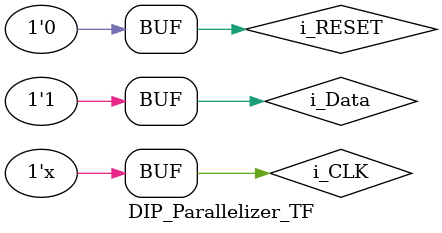
<source format=v>
`timescale 1ns / 1ps


module DIP_Parallelizer_TF;

	// Inputs
	reg i_CLK;
	reg i_Data;
	reg i_RESET;

	// Outputs
	wire [15:0] o_DIP16;
	wire o_DIPLatch;
	wire [4:0] o_Switch5;
	
	wire o_LEDData;
	wire o_LEDLatch;
	
	// Instantiate the Unit Under Test (UUT)
	DIP_Parallelizer uut (
    .i_CLK(i_CLK), 
    .i_Data(i_Data), 
    .i_RESET(i_RESET), 
    .o_DIP16(o_DIP16), 
    .o_Switch5(o_Switch5), 
    .o_DIPLatch(o_DIPLatch)
    );

	 LED_Driver luut(
		.i_CLK(i_CLK), 
		.i_Data16({11'h000, o_Switch5}), 
		.i_RESET(1'b0), 
		.o_LEDData(o_LEDData), 
		.o_LEDLatch(o_LEDLatch)
	);

	always
		#5 i_CLK = !i_CLK;

	initial begin
		// Initialize Inputs
		i_CLK = 1;
		i_Data = 0;
		i_RESET = 1;

		// Wait X ns for global reset to finish
		#15;
        
		// Add stimulus here
		
		i_RESET = 0;
		#10
		
		i_Data = 1;
		#10;
		i_Data = 0;
		#10;
		i_Data = 0;
		#10;
		i_Data = 0;
		#10;
		i_Data = 0;
		#10;
		i_Data = 1;
		#10;
		i_Data = 1;
		#10;
		i_Data = 0;
		#10;
		
		i_Data = 0;
		#10;
		i_Data = 1;
		#10;
		i_Data = 0;
		#10;
		i_Data = 0;
		#10;
		i_Data = 1;
		#10;
		i_Data = 0;
		#10;
		i_Data = 0;
		#10;
		i_Data = 0;
		#10;

		i_Data = 1;
		#10;
		i_Data = 0;
		#10;
		i_Data = 1;
		#10;
		i_Data = 1;
		#10;
		i_Data = 1;
		#10;

	end
      
endmodule


</source>
